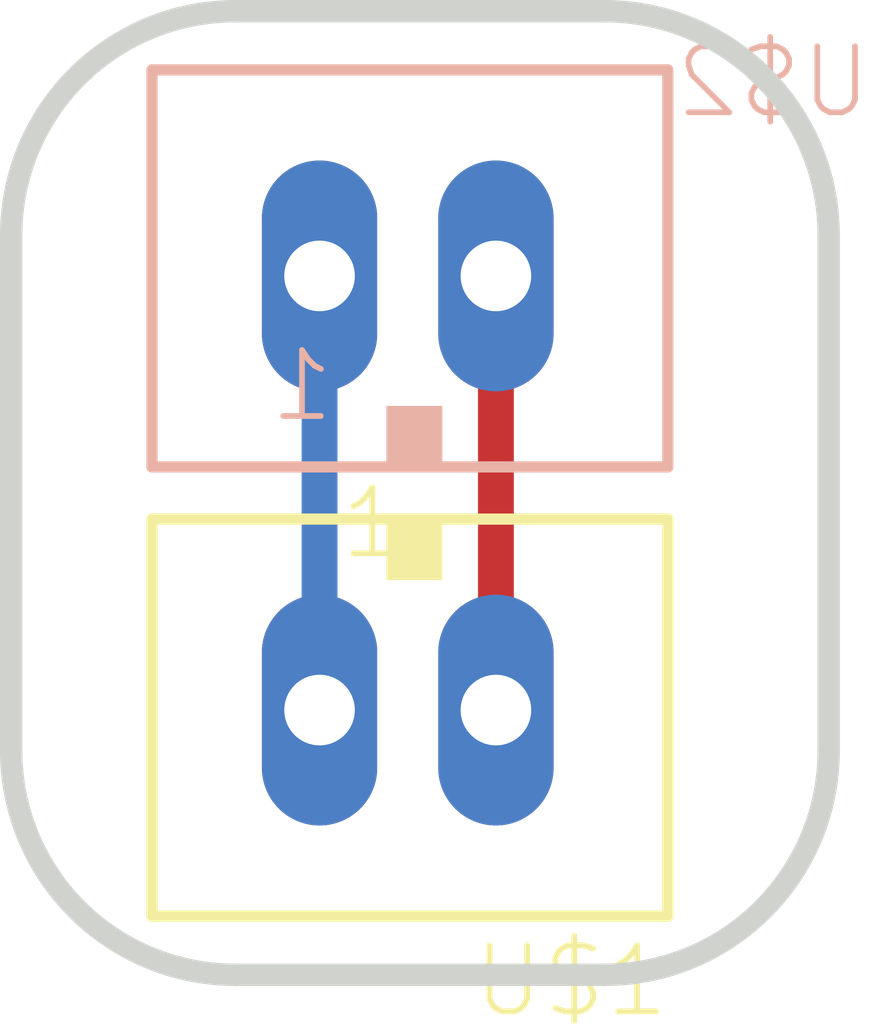
<source format=kicad_pcb>
(kicad_pcb (version 20211014) (generator pcbnew)
  (layers (0 "F.Cu" signal) (31 "B.Cu" signal) (34 "B.Paste" user) (35 "F.Paste" user) (36 "B.SilkS" user "B.Silkscreen") (37 "F.SilkS" user "F.Silkscreen") (38 "B.Mask" user) (39 "F.Mask" user) (44 "Edge.Cuts" user))
  (net 0 "")
  (net 1 "N$2")
  (net 2 "N$5")
  (footprint "weaver_groveph:JST_B2B-PH_HEADER" (layer "F.Cu") (at 148.4376 107.4166 180)
    (fp_text reference "U$1" (at -2.925 -2.6825 180) (layer "F.SilkS") (effects (font (size 0.747776 0.747776) (thickness 0.065024)) (justify right top)))
    (fp_text value "JST-PH_2-PIN_HEADER" hide)
    (fp_text user "1" (at 0.875 1.635 180) (layer "F.SilkS") (effects (font (size 0.747776 0.747776) (thickness 0.065024)) (justify left bottom)))
    (fp_line (start 2.975 2.1175) (end -2.875 2.1175) (layer "F.SilkS") (width 0.127))
    (fp_line (start -2.875 2.1175) (end -2.875 -2.3825) (layer "F.SilkS") (width 0.127))
    (fp_line (start 2.975 -2.3825) (end 2.975 2.1175) (layer "F.SilkS") (width 0.127))
    (fp_line (start -2.875 -2.3825) (end 2.975 -2.3825) (layer "F.SilkS") (width 0.127))
    (fp_poly (pts (xy -0.3175 2.060468) (xy 0.3175 2.060468) (xy 0.3175 1.425468) (xy -0.3175 1.425468)) (layer "F.SilkS") (width 0) (fill solid))
    (pad "P1" thru_hole oval (at 1.075 -0.0475 270) (size 2.616 1.308) (drill 0.8) (layers *.Cu *.Mask) (net 1 "N$2"))
    (pad "P2" thru_hole oval (at -0.925 -0.0475 270) (size 2.616 1.308) (drill 0.8) (layers *.Cu *.Mask) (net 2 "N$5"))
  )
  (footprint "weaver_groveph:JST_B2B-PH_HEADER" (layer "B.Cu") (at 148.4376 102.5906 180)
    (fp_text reference "U$2" (at -2.925 2.6825) (layer "B.SilkS") (effects (font (size 0.747776 0.747776) (thickness 0.065024)) (justify right top mirror)))
    (fp_text value "JST-PH_2-PIN_HEADER" hide)
    (fp_text user "1" (at 0.875 -1.635) (layer "B.SilkS") (effects (font (size 0.747776 0.747776) (thickness 0.065024)) (justify left bottom mirror)))
    (fp_line (start -2.875 2.3825) (end 2.975 2.3825) (layer "B.SilkS") (width 0.127))
    (fp_line (start 2.975 2.3825) (end 2.975 -2.1175) (layer "B.SilkS") (width 0.127))
    (fp_line (start -2.875 -2.1175) (end -2.875 2.3825) (layer "B.SilkS") (width 0.127))
    (fp_line (start 2.975 -2.1175) (end -2.875 -2.1175) (layer "B.SilkS") (width 0.127))
    (fp_poly (pts (xy -0.3175 -2.060468) (xy 0.3175 -2.060468) (xy 0.3175 -1.425468) (xy -0.3175 -1.425468)) (layer "B.SilkS") (width 0) (fill solid))
    (pad "P1" thru_hole oval (at 1.075 0.0475 90) (size 2.616 1.308) (drill 0.8) (layers *.Cu *.Mask) (net 1 "N$2"))
    (pad "P2" thru_hole oval (at -0.925 0.0475 90) (size 2.616 1.308) (drill 0.8) (layers *.Cu *.Mask) (net 2 "N$5"))
  )
  (gr_line (start 150.5966 110.4646) (end 146.4056 110.4646) (layer "Edge.Cuts") (width 0.254))
  (gr_line (start 153.1366 102.0826) (end 153.1366 107.9246) (layer "Edge.Cuts") (width 0.254))
  (gr_arc (start 146.4056 110.4646) (mid 144.609549 109.720651) (end 143.8656 107.9246) (layer "Edge.Cuts") (width 0.254))
  (gr_arc (start 150.5966 99.5426) (mid 152.392651 100.286549) (end 153.1366 102.0826) (layer "Edge.Cuts") (width 0.254))
  (gr_line (start 146.4056 99.5426) (end 150.5966 99.5426) (layer "Edge.Cuts") (width 0.254))
  (gr_arc (start 153.1366 107.9246) (mid 152.392651 109.720651) (end 150.5966 110.4646) (layer "Edge.Cuts") (width 0.254))
  (gr_line (start 143.8656 102.0826) (end 143.8656 107.9246) (layer "Edge.Cuts") (width 0.254))
  (gr_arc (start 143.8656 102.0826) (mid 144.609549 100.286549) (end 146.4056 99.5426) (layer "Edge.Cuts") (width 0.254))
  (segment (start 147.3626 102.5431) (end 147.3626 107.4641) (width 0.4064) (layer "B.Cu") (net 1))
  (segment (start 149.3626 102.5431) (end 149.3626 107.4641) (width 0.4064) (layer "F.Cu") (net 2))
)
</source>
